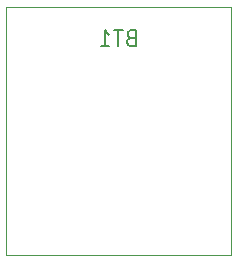
<source format=gbr>
%TF.GenerationSoftware,KiCad,Pcbnew,(6.0.8)*%
%TF.CreationDate,2023-01-21T17:58:08-05:00*%
%TF.ProjectId,Blinky 5.0,426c696e-6b79-4203-952e-302e6b696361,rev?*%
%TF.SameCoordinates,Original*%
%TF.FileFunction,Legend,Bot*%
%TF.FilePolarity,Positive*%
%FSLAX46Y46*%
G04 Gerber Fmt 4.6, Leading zero omitted, Abs format (unit mm)*
G04 Created by KiCad (PCBNEW (6.0.8)) date 2023-01-21 17:58:08*
%MOMM*%
%LPD*%
G01*
G04 APERTURE LIST*
%ADD10C,0.150000*%
%ADD11C,0.120000*%
G04 APERTURE END LIST*
D10*
%TO.C,BT1*%
X148021428Y-89107142D02*
X147835714Y-89169047D01*
X147773809Y-89230952D01*
X147711904Y-89354761D01*
X147711904Y-89540476D01*
X147773809Y-89664285D01*
X147835714Y-89726190D01*
X147959523Y-89788095D01*
X148454761Y-89788095D01*
X148454761Y-88488095D01*
X148021428Y-88488095D01*
X147897619Y-88550000D01*
X147835714Y-88611904D01*
X147773809Y-88735714D01*
X147773809Y-88859523D01*
X147835714Y-88983333D01*
X147897619Y-89045238D01*
X148021428Y-89107142D01*
X148454761Y-89107142D01*
X147340476Y-88488095D02*
X146597619Y-88488095D01*
X146969047Y-89788095D02*
X146969047Y-88488095D01*
X145483333Y-89788095D02*
X146226190Y-89788095D01*
X145854761Y-89788095D02*
X145854761Y-88488095D01*
X145978571Y-88673809D01*
X146102380Y-88797619D01*
X146226190Y-88859523D01*
D11*
X137500000Y-86500000D02*
X137500000Y-107500000D01*
X156500000Y-86500000D02*
X137500000Y-86500000D01*
X137500000Y-107500000D02*
X156500000Y-107500000D01*
X156500000Y-107500000D02*
X156500000Y-86500000D01*
%TD*%
M02*

</source>
